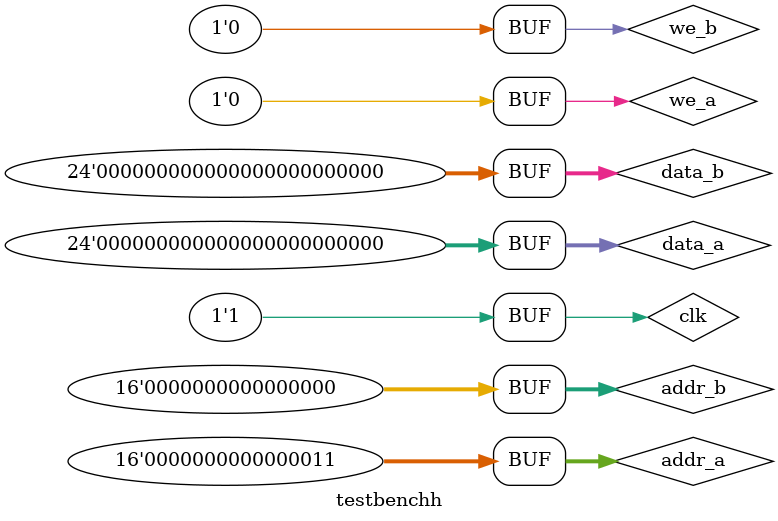
<source format=v>
module true_dpram_sclk
(
	input [23:0] data_a, data_b,
//input [7:0] data_a,data_b,
	input [15:0] addr_a, addr_b,
//input [9:0] addr_a,addr_b,
	input we_a, we_b, clk,
	output reg [23:0] q_a, q_b
//	output reg [7:0] q_a, q_b
);
	// Declare the RAM variable
	reg [23:0] ram[2000:0];
//	reg [7:0] ram [9:0];
	integer i;
	
	// Port A
	always @ (posedge clk)
	begin
		if (we_a) 
		begin
			ram[addr_a] <= data_a;
			q_a <= data_a;
		end
		else 
		begin
			q_a <= ram[addr_a];
		end
	end
	
	// Port B
	always @ (posedge clk)
	begin
		if (we_b)
		begin
			ram[addr_b] <= data_b;
			q_b <= data_b;
		end
		else
		begin
			q_b <= ram[addr_b];
		end
	end
	
	initial begin
//		$readmemh("./ram.txt",ram);
		for(i = 0; i < 2000; i = i + 1) begin
			ram[i] = 24'b100010001110011111000111;
		end
		
	end
	
endmodule


module testbenchh();
	initial begin
		$dumpfile("testbench.vcd");
		$dumpvars(0,testbench);
	end
	
	reg clk;
	wire[23:0] data_a = 0,data_b = 0;
	reg[15:0] addr_a = 0,addr_b = 0;
	wire we_a = 0,we_b = 0;
	wire[23:0] q_a,q_b;
	
	true_dpram_sclk mem(data_a,data_b
						,addr_a,addr_b
						,we_a,we_b,
						clk
						,q_a,q_b
	);
	
	always begin
		clk = 0;
		#1
		clk = 1;
		#1
		//write read logic
		addr_a = 5'b0000000000011;
		clk = 0;
		#1
		clk = 1;
		#1
		clk = 0;
		#1
		clk = 1;
		#1
		clk = 0;
		#0
		clk = 1;
	end
	

endmodule


</source>
